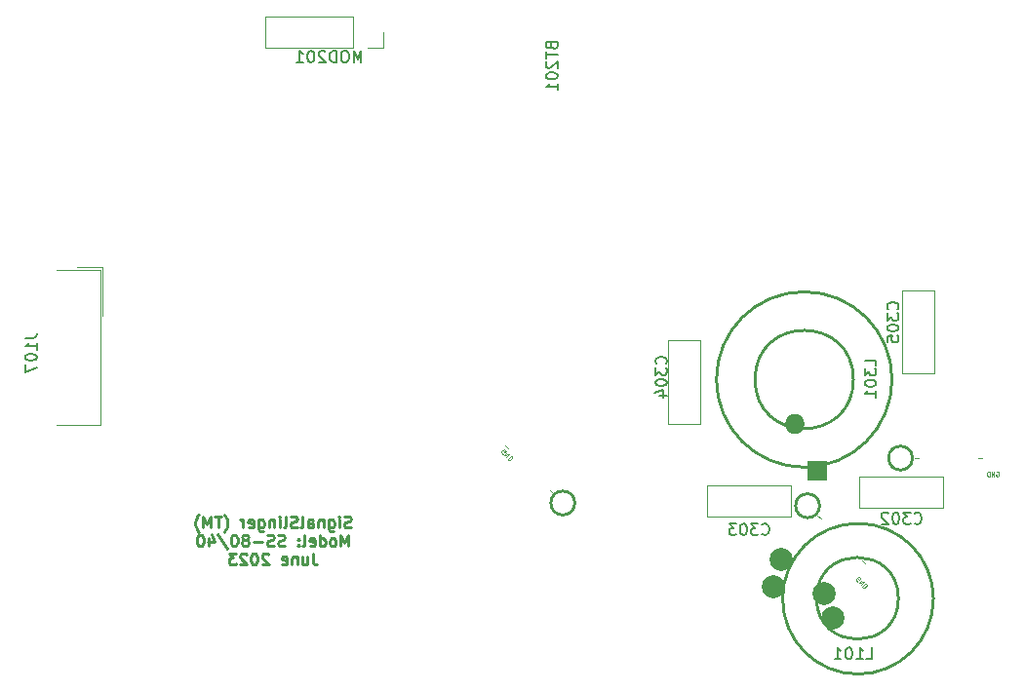
<source format=gbr>
%TF.GenerationSoftware,KiCad,Pcbnew,(6.0.4-0)*%
%TF.CreationDate,2023-06-22T08:09:36-04:00*%
%TF.ProjectId,SignalSlinger,5369676e-616c-4536-9c69-6e6765722e6b,rev?*%
%TF.SameCoordinates,Original*%
%TF.FileFunction,Legend,Bot*%
%TF.FilePolarity,Positive*%
%FSLAX46Y46*%
G04 Gerber Fmt 4.6, Leading zero omitted, Abs format (unit mm)*
G04 Created by KiCad (PCBNEW (6.0.4-0)) date 2023-06-22 08:09:36*
%MOMM*%
%LPD*%
G01*
G04 APERTURE LIST*
%ADD10C,0.250000*%
%ADD11C,0.150000*%
%ADD12C,0.100000*%
%ADD13C,0.120000*%
%ADD14R,1.727200X1.727200*%
%ADD15O,1.727200X1.727200*%
%ADD16C,2.000000*%
G04 APERTURE END LIST*
D10*
X73871904Y-104994761D02*
X73729047Y-105042380D01*
X73490952Y-105042380D01*
X73395714Y-104994761D01*
X73348095Y-104947142D01*
X73300476Y-104851904D01*
X73300476Y-104756666D01*
X73348095Y-104661428D01*
X73395714Y-104613809D01*
X73490952Y-104566190D01*
X73681428Y-104518571D01*
X73776666Y-104470952D01*
X73824285Y-104423333D01*
X73871904Y-104328095D01*
X73871904Y-104232857D01*
X73824285Y-104137619D01*
X73776666Y-104090000D01*
X73681428Y-104042380D01*
X73443333Y-104042380D01*
X73300476Y-104090000D01*
X72871904Y-105042380D02*
X72871904Y-104375714D01*
X72871904Y-104042380D02*
X72919523Y-104090000D01*
X72871904Y-104137619D01*
X72824285Y-104090000D01*
X72871904Y-104042380D01*
X72871904Y-104137619D01*
X71967142Y-104375714D02*
X71967142Y-105185238D01*
X72014761Y-105280476D01*
X72062380Y-105328095D01*
X72157619Y-105375714D01*
X72300476Y-105375714D01*
X72395714Y-105328095D01*
X71967142Y-104994761D02*
X72062380Y-105042380D01*
X72252857Y-105042380D01*
X72348095Y-104994761D01*
X72395714Y-104947142D01*
X72443333Y-104851904D01*
X72443333Y-104566190D01*
X72395714Y-104470952D01*
X72348095Y-104423333D01*
X72252857Y-104375714D01*
X72062380Y-104375714D01*
X71967142Y-104423333D01*
X71490952Y-104375714D02*
X71490952Y-105042380D01*
X71490952Y-104470952D02*
X71443333Y-104423333D01*
X71348095Y-104375714D01*
X71205238Y-104375714D01*
X71110000Y-104423333D01*
X71062380Y-104518571D01*
X71062380Y-105042380D01*
X70157619Y-105042380D02*
X70157619Y-104518571D01*
X70205238Y-104423333D01*
X70300476Y-104375714D01*
X70490952Y-104375714D01*
X70586190Y-104423333D01*
X70157619Y-104994761D02*
X70252857Y-105042380D01*
X70490952Y-105042380D01*
X70586190Y-104994761D01*
X70633809Y-104899523D01*
X70633809Y-104804285D01*
X70586190Y-104709047D01*
X70490952Y-104661428D01*
X70252857Y-104661428D01*
X70157619Y-104613809D01*
X69538571Y-105042380D02*
X69633809Y-104994761D01*
X69681428Y-104899523D01*
X69681428Y-104042380D01*
X69205238Y-104994761D02*
X69062380Y-105042380D01*
X68824285Y-105042380D01*
X68729047Y-104994761D01*
X68681428Y-104947142D01*
X68633809Y-104851904D01*
X68633809Y-104756666D01*
X68681428Y-104661428D01*
X68729047Y-104613809D01*
X68824285Y-104566190D01*
X69014761Y-104518571D01*
X69110000Y-104470952D01*
X69157619Y-104423333D01*
X69205238Y-104328095D01*
X69205238Y-104232857D01*
X69157619Y-104137619D01*
X69110000Y-104090000D01*
X69014761Y-104042380D01*
X68776666Y-104042380D01*
X68633809Y-104090000D01*
X68062380Y-105042380D02*
X68157619Y-104994761D01*
X68205238Y-104899523D01*
X68205238Y-104042380D01*
X67681428Y-105042380D02*
X67681428Y-104375714D01*
X67681428Y-104042380D02*
X67729047Y-104090000D01*
X67681428Y-104137619D01*
X67633809Y-104090000D01*
X67681428Y-104042380D01*
X67681428Y-104137619D01*
X67205238Y-104375714D02*
X67205238Y-105042380D01*
X67205238Y-104470952D02*
X67157619Y-104423333D01*
X67062380Y-104375714D01*
X66919523Y-104375714D01*
X66824285Y-104423333D01*
X66776666Y-104518571D01*
X66776666Y-105042380D01*
X65871904Y-104375714D02*
X65871904Y-105185238D01*
X65919523Y-105280476D01*
X65967142Y-105328095D01*
X66062380Y-105375714D01*
X66205238Y-105375714D01*
X66300476Y-105328095D01*
X65871904Y-104994761D02*
X65967142Y-105042380D01*
X66157619Y-105042380D01*
X66252857Y-104994761D01*
X66300476Y-104947142D01*
X66348095Y-104851904D01*
X66348095Y-104566190D01*
X66300476Y-104470952D01*
X66252857Y-104423333D01*
X66157619Y-104375714D01*
X65967142Y-104375714D01*
X65871904Y-104423333D01*
X65014761Y-104994761D02*
X65110000Y-105042380D01*
X65300476Y-105042380D01*
X65395714Y-104994761D01*
X65443333Y-104899523D01*
X65443333Y-104518571D01*
X65395714Y-104423333D01*
X65300476Y-104375714D01*
X65110000Y-104375714D01*
X65014761Y-104423333D01*
X64967142Y-104518571D01*
X64967142Y-104613809D01*
X65443333Y-104709047D01*
X64538571Y-105042380D02*
X64538571Y-104375714D01*
X64538571Y-104566190D02*
X64490952Y-104470952D01*
X64443333Y-104423333D01*
X64348095Y-104375714D01*
X64252857Y-104375714D01*
X62871904Y-105423333D02*
X62919523Y-105375714D01*
X63014761Y-105232857D01*
X63062380Y-105137619D01*
X63110000Y-104994761D01*
X63157619Y-104756666D01*
X63157619Y-104566190D01*
X63110000Y-104328095D01*
X63062380Y-104185238D01*
X63014761Y-104090000D01*
X62919523Y-103947142D01*
X62871904Y-103899523D01*
X62633809Y-104042380D02*
X62062380Y-104042380D01*
X62348095Y-105042380D02*
X62348095Y-104042380D01*
X61729047Y-105042380D02*
X61729047Y-104042380D01*
X61395714Y-104756666D01*
X61062380Y-104042380D01*
X61062380Y-105042380D01*
X60681428Y-105423333D02*
X60633809Y-105375714D01*
X60538571Y-105232857D01*
X60490952Y-105137619D01*
X60443333Y-104994761D01*
X60395714Y-104756666D01*
X60395714Y-104566190D01*
X60443333Y-104328095D01*
X60490952Y-104185238D01*
X60538571Y-104090000D01*
X60633809Y-103947142D01*
X60681428Y-103899523D01*
X73657619Y-106652380D02*
X73657619Y-105652380D01*
X73324285Y-106366666D01*
X72990952Y-105652380D01*
X72990952Y-106652380D01*
X72371904Y-106652380D02*
X72467142Y-106604761D01*
X72514761Y-106557142D01*
X72562380Y-106461904D01*
X72562380Y-106176190D01*
X72514761Y-106080952D01*
X72467142Y-106033333D01*
X72371904Y-105985714D01*
X72229047Y-105985714D01*
X72133809Y-106033333D01*
X72086190Y-106080952D01*
X72038571Y-106176190D01*
X72038571Y-106461904D01*
X72086190Y-106557142D01*
X72133809Y-106604761D01*
X72229047Y-106652380D01*
X72371904Y-106652380D01*
X71181428Y-106652380D02*
X71181428Y-105652380D01*
X71181428Y-106604761D02*
X71276666Y-106652380D01*
X71467142Y-106652380D01*
X71562380Y-106604761D01*
X71610000Y-106557142D01*
X71657619Y-106461904D01*
X71657619Y-106176190D01*
X71610000Y-106080952D01*
X71562380Y-106033333D01*
X71467142Y-105985714D01*
X71276666Y-105985714D01*
X71181428Y-106033333D01*
X70324285Y-106604761D02*
X70419523Y-106652380D01*
X70610000Y-106652380D01*
X70705238Y-106604761D01*
X70752857Y-106509523D01*
X70752857Y-106128571D01*
X70705238Y-106033333D01*
X70610000Y-105985714D01*
X70419523Y-105985714D01*
X70324285Y-106033333D01*
X70276666Y-106128571D01*
X70276666Y-106223809D01*
X70752857Y-106319047D01*
X69705238Y-106652380D02*
X69800476Y-106604761D01*
X69848095Y-106509523D01*
X69848095Y-105652380D01*
X69324285Y-106557142D02*
X69276666Y-106604761D01*
X69324285Y-106652380D01*
X69371904Y-106604761D01*
X69324285Y-106557142D01*
X69324285Y-106652380D01*
X69324285Y-106033333D02*
X69276666Y-106080952D01*
X69324285Y-106128571D01*
X69371904Y-106080952D01*
X69324285Y-106033333D01*
X69324285Y-106128571D01*
X68133809Y-106604761D02*
X67990952Y-106652380D01*
X67752857Y-106652380D01*
X67657619Y-106604761D01*
X67610000Y-106557142D01*
X67562380Y-106461904D01*
X67562380Y-106366666D01*
X67610000Y-106271428D01*
X67657619Y-106223809D01*
X67752857Y-106176190D01*
X67943333Y-106128571D01*
X68038571Y-106080952D01*
X68086190Y-106033333D01*
X68133809Y-105938095D01*
X68133809Y-105842857D01*
X68086190Y-105747619D01*
X68038571Y-105700000D01*
X67943333Y-105652380D01*
X67705238Y-105652380D01*
X67562380Y-105700000D01*
X67181428Y-106604761D02*
X67038571Y-106652380D01*
X66800476Y-106652380D01*
X66705238Y-106604761D01*
X66657619Y-106557142D01*
X66610000Y-106461904D01*
X66610000Y-106366666D01*
X66657619Y-106271428D01*
X66705238Y-106223809D01*
X66800476Y-106176190D01*
X66990952Y-106128571D01*
X67086190Y-106080952D01*
X67133809Y-106033333D01*
X67181428Y-105938095D01*
X67181428Y-105842857D01*
X67133809Y-105747619D01*
X67086190Y-105700000D01*
X66990952Y-105652380D01*
X66752857Y-105652380D01*
X66610000Y-105700000D01*
X66181428Y-106271428D02*
X65419523Y-106271428D01*
X64800476Y-106080952D02*
X64895714Y-106033333D01*
X64943333Y-105985714D01*
X64990952Y-105890476D01*
X64990952Y-105842857D01*
X64943333Y-105747619D01*
X64895714Y-105700000D01*
X64800476Y-105652380D01*
X64610000Y-105652380D01*
X64514761Y-105700000D01*
X64467142Y-105747619D01*
X64419523Y-105842857D01*
X64419523Y-105890476D01*
X64467142Y-105985714D01*
X64514761Y-106033333D01*
X64610000Y-106080952D01*
X64800476Y-106080952D01*
X64895714Y-106128571D01*
X64943333Y-106176190D01*
X64990952Y-106271428D01*
X64990952Y-106461904D01*
X64943333Y-106557142D01*
X64895714Y-106604761D01*
X64800476Y-106652380D01*
X64610000Y-106652380D01*
X64514761Y-106604761D01*
X64467142Y-106557142D01*
X64419523Y-106461904D01*
X64419523Y-106271428D01*
X64467142Y-106176190D01*
X64514761Y-106128571D01*
X64610000Y-106080952D01*
X63800476Y-105652380D02*
X63705238Y-105652380D01*
X63610000Y-105700000D01*
X63562380Y-105747619D01*
X63514761Y-105842857D01*
X63467142Y-106033333D01*
X63467142Y-106271428D01*
X63514761Y-106461904D01*
X63562380Y-106557142D01*
X63610000Y-106604761D01*
X63705238Y-106652380D01*
X63800476Y-106652380D01*
X63895714Y-106604761D01*
X63943333Y-106557142D01*
X63990952Y-106461904D01*
X64038571Y-106271428D01*
X64038571Y-106033333D01*
X63990952Y-105842857D01*
X63943333Y-105747619D01*
X63895714Y-105700000D01*
X63800476Y-105652380D01*
X62324285Y-105604761D02*
X63181428Y-106890476D01*
X61562380Y-105985714D02*
X61562380Y-106652380D01*
X61800476Y-105604761D02*
X62038571Y-106319047D01*
X61419523Y-106319047D01*
X60848095Y-105652380D02*
X60752857Y-105652380D01*
X60657619Y-105700000D01*
X60610000Y-105747619D01*
X60562380Y-105842857D01*
X60514761Y-106033333D01*
X60514761Y-106271428D01*
X60562380Y-106461904D01*
X60610000Y-106557142D01*
X60657619Y-106604761D01*
X60752857Y-106652380D01*
X60848095Y-106652380D01*
X60943333Y-106604761D01*
X60990952Y-106557142D01*
X61038571Y-106461904D01*
X61086190Y-106271428D01*
X61086190Y-106033333D01*
X61038571Y-105842857D01*
X60990952Y-105747619D01*
X60943333Y-105700000D01*
X60848095Y-105652380D01*
X70586190Y-107262380D02*
X70586190Y-107976666D01*
X70633809Y-108119523D01*
X70729047Y-108214761D01*
X70871904Y-108262380D01*
X70967142Y-108262380D01*
X69681428Y-107595714D02*
X69681428Y-108262380D01*
X70110000Y-107595714D02*
X70110000Y-108119523D01*
X70062380Y-108214761D01*
X69967142Y-108262380D01*
X69824285Y-108262380D01*
X69729047Y-108214761D01*
X69681428Y-108167142D01*
X69205238Y-107595714D02*
X69205238Y-108262380D01*
X69205238Y-107690952D02*
X69157619Y-107643333D01*
X69062380Y-107595714D01*
X68919523Y-107595714D01*
X68824285Y-107643333D01*
X68776666Y-107738571D01*
X68776666Y-108262380D01*
X67919523Y-108214761D02*
X68014761Y-108262380D01*
X68205238Y-108262380D01*
X68300476Y-108214761D01*
X68348095Y-108119523D01*
X68348095Y-107738571D01*
X68300476Y-107643333D01*
X68205238Y-107595714D01*
X68014761Y-107595714D01*
X67919523Y-107643333D01*
X67871904Y-107738571D01*
X67871904Y-107833809D01*
X68348095Y-107929047D01*
X66729047Y-107357619D02*
X66681428Y-107310000D01*
X66586190Y-107262380D01*
X66348095Y-107262380D01*
X66252857Y-107310000D01*
X66205238Y-107357619D01*
X66157619Y-107452857D01*
X66157619Y-107548095D01*
X66205238Y-107690952D01*
X66776666Y-108262380D01*
X66157619Y-108262380D01*
X65538571Y-107262380D02*
X65443333Y-107262380D01*
X65348095Y-107310000D01*
X65300476Y-107357619D01*
X65252857Y-107452857D01*
X65205238Y-107643333D01*
X65205238Y-107881428D01*
X65252857Y-108071904D01*
X65300476Y-108167142D01*
X65348095Y-108214761D01*
X65443333Y-108262380D01*
X65538571Y-108262380D01*
X65633809Y-108214761D01*
X65681428Y-108167142D01*
X65729047Y-108071904D01*
X65776666Y-107881428D01*
X65776666Y-107643333D01*
X65729047Y-107452857D01*
X65681428Y-107357619D01*
X65633809Y-107310000D01*
X65538571Y-107262380D01*
X64824285Y-107357619D02*
X64776666Y-107310000D01*
X64681428Y-107262380D01*
X64443333Y-107262380D01*
X64348095Y-107310000D01*
X64300476Y-107357619D01*
X64252857Y-107452857D01*
X64252857Y-107548095D01*
X64300476Y-107690952D01*
X64871904Y-108262380D01*
X64252857Y-108262380D01*
X63919523Y-107262380D02*
X63300476Y-107262380D01*
X63633809Y-107643333D01*
X63490952Y-107643333D01*
X63395714Y-107690952D01*
X63348095Y-107738571D01*
X63300476Y-107833809D01*
X63300476Y-108071904D01*
X63348095Y-108167142D01*
X63395714Y-108214761D01*
X63490952Y-108262380D01*
X63776666Y-108262380D01*
X63871904Y-108214761D01*
X63919523Y-108167142D01*
D11*
%TO.C,L301*%
X119482380Y-90975602D02*
X119482380Y-90499411D01*
X118482380Y-90499411D01*
X118482380Y-91213697D02*
X118482380Y-91832745D01*
X118863333Y-91499411D01*
X118863333Y-91642269D01*
X118910952Y-91737507D01*
X118958571Y-91785126D01*
X119053809Y-91832745D01*
X119291904Y-91832745D01*
X119387142Y-91785126D01*
X119434761Y-91737507D01*
X119482380Y-91642269D01*
X119482380Y-91356554D01*
X119434761Y-91261316D01*
X119387142Y-91213697D01*
X118482380Y-92451792D02*
X118482380Y-92547030D01*
X118530000Y-92642269D01*
X118577619Y-92689888D01*
X118672857Y-92737507D01*
X118863333Y-92785126D01*
X119101428Y-92785126D01*
X119291904Y-92737507D01*
X119387142Y-92689888D01*
X119434761Y-92642269D01*
X119482380Y-92547030D01*
X119482380Y-92451792D01*
X119434761Y-92356554D01*
X119387142Y-92308935D01*
X119291904Y-92261316D01*
X119101428Y-92213697D01*
X118863333Y-92213697D01*
X118672857Y-92261316D01*
X118577619Y-92308935D01*
X118530000Y-92356554D01*
X118482380Y-92451792D01*
X119482380Y-93737507D02*
X119482380Y-93166078D01*
X119482380Y-93451792D02*
X118482380Y-93451792D01*
X118625238Y-93356554D01*
X118720476Y-93261316D01*
X118768095Y-93166078D01*
D12*
%TO.C,W101*%
X87073079Y-98635922D02*
X87032673Y-98622453D01*
X86992267Y-98582047D01*
X86965329Y-98528172D01*
X86965329Y-98474297D01*
X86978798Y-98433891D01*
X87019204Y-98366548D01*
X87059610Y-98326142D01*
X87126954Y-98285735D01*
X87167360Y-98272267D01*
X87221235Y-98272267D01*
X87275109Y-98299204D01*
X87302047Y-98326142D01*
X87328984Y-98380016D01*
X87328984Y-98406954D01*
X87234703Y-98501235D01*
X87180829Y-98447360D01*
X87477140Y-98501235D02*
X87194297Y-98784077D01*
X87638764Y-98662859D01*
X87355922Y-98945702D01*
X87773451Y-98797546D02*
X87490609Y-99080389D01*
X87557952Y-99147732D01*
X87611827Y-99174670D01*
X87665702Y-99174670D01*
X87706108Y-99161201D01*
X87773451Y-99120795D01*
X87813857Y-99080389D01*
X87854264Y-99013045D01*
X87867732Y-98972639D01*
X87867732Y-98918764D01*
X87840795Y-98864890D01*
X87773451Y-98797546D01*
%TO.C,W302*%
X117857055Y-109723939D02*
X117816649Y-109710470D01*
X117776243Y-109670064D01*
X117749305Y-109616189D01*
X117749305Y-109562314D01*
X117762774Y-109521908D01*
X117803180Y-109454565D01*
X117843586Y-109414159D01*
X117910930Y-109373752D01*
X117951336Y-109360284D01*
X118005211Y-109360284D01*
X118059085Y-109387221D01*
X118086023Y-109414159D01*
X118112960Y-109468033D01*
X118112960Y-109494971D01*
X118018679Y-109589252D01*
X117964805Y-109535377D01*
X118261116Y-109589252D02*
X117978273Y-109872094D01*
X118422740Y-109750876D01*
X118139898Y-110033719D01*
X118557427Y-109885563D02*
X118274585Y-110168406D01*
X118341928Y-110235749D01*
X118395803Y-110262687D01*
X118449678Y-110262687D01*
X118490084Y-110249218D01*
X118557427Y-110208812D01*
X118597833Y-110168406D01*
X118638240Y-110101062D01*
X118651708Y-110060656D01*
X118651708Y-110006781D01*
X118624771Y-109952907D01*
X118557427Y-109885563D01*
%TO.C,W301*%
X129924761Y-100200000D02*
X129962857Y-100180952D01*
X130020000Y-100180952D01*
X130077142Y-100200000D01*
X130115238Y-100238095D01*
X130134285Y-100276190D01*
X130153333Y-100352380D01*
X130153333Y-100409523D01*
X130134285Y-100485714D01*
X130115238Y-100523809D01*
X130077142Y-100561904D01*
X130020000Y-100580952D01*
X129981904Y-100580952D01*
X129924761Y-100561904D01*
X129905714Y-100542857D01*
X129905714Y-100409523D01*
X129981904Y-100409523D01*
X129734285Y-100580952D02*
X129734285Y-100180952D01*
X129505714Y-100580952D01*
X129505714Y-100180952D01*
X129315238Y-100580952D02*
X129315238Y-100180952D01*
X129220000Y-100180952D01*
X129162857Y-100200000D01*
X129124761Y-100238095D01*
X129105714Y-100276190D01*
X129086666Y-100352380D01*
X129086666Y-100409523D01*
X129105714Y-100485714D01*
X129124761Y-100523809D01*
X129162857Y-100561904D01*
X129220000Y-100580952D01*
X129315238Y-100580952D01*
D11*
%TO.C,C305*%
X121337142Y-86080952D02*
X121384761Y-86033333D01*
X121432380Y-85890476D01*
X121432380Y-85795238D01*
X121384761Y-85652380D01*
X121289523Y-85557142D01*
X121194285Y-85509523D01*
X121003809Y-85461904D01*
X120860952Y-85461904D01*
X120670476Y-85509523D01*
X120575238Y-85557142D01*
X120480000Y-85652380D01*
X120432380Y-85795238D01*
X120432380Y-85890476D01*
X120480000Y-86033333D01*
X120527619Y-86080952D01*
X120432380Y-86414285D02*
X120432380Y-87033333D01*
X120813333Y-86700000D01*
X120813333Y-86842857D01*
X120860952Y-86938095D01*
X120908571Y-86985714D01*
X121003809Y-87033333D01*
X121241904Y-87033333D01*
X121337142Y-86985714D01*
X121384761Y-86938095D01*
X121432380Y-86842857D01*
X121432380Y-86557142D01*
X121384761Y-86461904D01*
X121337142Y-86414285D01*
X120432380Y-87652380D02*
X120432380Y-87747619D01*
X120480000Y-87842857D01*
X120527619Y-87890476D01*
X120622857Y-87938095D01*
X120813333Y-87985714D01*
X121051428Y-87985714D01*
X121241904Y-87938095D01*
X121337142Y-87890476D01*
X121384761Y-87842857D01*
X121432380Y-87747619D01*
X121432380Y-87652380D01*
X121384761Y-87557142D01*
X121337142Y-87509523D01*
X121241904Y-87461904D01*
X121051428Y-87414285D01*
X120813333Y-87414285D01*
X120622857Y-87461904D01*
X120527619Y-87509523D01*
X120480000Y-87557142D01*
X120432380Y-87652380D01*
X120432380Y-88890476D02*
X120432380Y-88414285D01*
X120908571Y-88366666D01*
X120860952Y-88414285D01*
X120813333Y-88509523D01*
X120813333Y-88747619D01*
X120860952Y-88842857D01*
X120908571Y-88890476D01*
X121003809Y-88938095D01*
X121241904Y-88938095D01*
X121337142Y-88890476D01*
X121384761Y-88842857D01*
X121432380Y-88747619D01*
X121432380Y-88509523D01*
X121384761Y-88414285D01*
X121337142Y-88366666D01*
%TO.C,C303*%
X109579047Y-105597142D02*
X109626666Y-105644761D01*
X109769523Y-105692380D01*
X109864761Y-105692380D01*
X110007619Y-105644761D01*
X110102857Y-105549523D01*
X110150476Y-105454285D01*
X110198095Y-105263809D01*
X110198095Y-105120952D01*
X110150476Y-104930476D01*
X110102857Y-104835238D01*
X110007619Y-104740000D01*
X109864761Y-104692380D01*
X109769523Y-104692380D01*
X109626666Y-104740000D01*
X109579047Y-104787619D01*
X109245714Y-104692380D02*
X108626666Y-104692380D01*
X108960000Y-105073333D01*
X108817142Y-105073333D01*
X108721904Y-105120952D01*
X108674285Y-105168571D01*
X108626666Y-105263809D01*
X108626666Y-105501904D01*
X108674285Y-105597142D01*
X108721904Y-105644761D01*
X108817142Y-105692380D01*
X109102857Y-105692380D01*
X109198095Y-105644761D01*
X109245714Y-105597142D01*
X108007619Y-104692380D02*
X107912380Y-104692380D01*
X107817142Y-104740000D01*
X107769523Y-104787619D01*
X107721904Y-104882857D01*
X107674285Y-105073333D01*
X107674285Y-105311428D01*
X107721904Y-105501904D01*
X107769523Y-105597142D01*
X107817142Y-105644761D01*
X107912380Y-105692380D01*
X108007619Y-105692380D01*
X108102857Y-105644761D01*
X108150476Y-105597142D01*
X108198095Y-105501904D01*
X108245714Y-105311428D01*
X108245714Y-105073333D01*
X108198095Y-104882857D01*
X108150476Y-104787619D01*
X108102857Y-104740000D01*
X108007619Y-104692380D01*
X107340952Y-104692380D02*
X106721904Y-104692380D01*
X107055238Y-105073333D01*
X106912380Y-105073333D01*
X106817142Y-105120952D01*
X106769523Y-105168571D01*
X106721904Y-105263809D01*
X106721904Y-105501904D01*
X106769523Y-105597142D01*
X106817142Y-105644761D01*
X106912380Y-105692380D01*
X107198095Y-105692380D01*
X107293333Y-105644761D01*
X107340952Y-105597142D01*
%TO.C,C304*%
X101217142Y-90820952D02*
X101264761Y-90773333D01*
X101312380Y-90630476D01*
X101312380Y-90535238D01*
X101264761Y-90392380D01*
X101169523Y-90297142D01*
X101074285Y-90249523D01*
X100883809Y-90201904D01*
X100740952Y-90201904D01*
X100550476Y-90249523D01*
X100455238Y-90297142D01*
X100360000Y-90392380D01*
X100312380Y-90535238D01*
X100312380Y-90630476D01*
X100360000Y-90773333D01*
X100407619Y-90820952D01*
X100312380Y-91154285D02*
X100312380Y-91773333D01*
X100693333Y-91440000D01*
X100693333Y-91582857D01*
X100740952Y-91678095D01*
X100788571Y-91725714D01*
X100883809Y-91773333D01*
X101121904Y-91773333D01*
X101217142Y-91725714D01*
X101264761Y-91678095D01*
X101312380Y-91582857D01*
X101312380Y-91297142D01*
X101264761Y-91201904D01*
X101217142Y-91154285D01*
X100312380Y-92392380D02*
X100312380Y-92487619D01*
X100360000Y-92582857D01*
X100407619Y-92630476D01*
X100502857Y-92678095D01*
X100693333Y-92725714D01*
X100931428Y-92725714D01*
X101121904Y-92678095D01*
X101217142Y-92630476D01*
X101264761Y-92582857D01*
X101312380Y-92487619D01*
X101312380Y-92392380D01*
X101264761Y-92297142D01*
X101217142Y-92249523D01*
X101121904Y-92201904D01*
X100931428Y-92154285D01*
X100693333Y-92154285D01*
X100502857Y-92201904D01*
X100407619Y-92249523D01*
X100360000Y-92297142D01*
X100312380Y-92392380D01*
X100645714Y-93582857D02*
X101312380Y-93582857D01*
X100264761Y-93344761D02*
X100979047Y-93106666D01*
X100979047Y-93725714D01*
%TO.C,BT201*%
X91298571Y-63181904D02*
X91346190Y-63324761D01*
X91393809Y-63372380D01*
X91489047Y-63420000D01*
X91631904Y-63420000D01*
X91727142Y-63372380D01*
X91774761Y-63324761D01*
X91822380Y-63229523D01*
X91822380Y-62848571D01*
X90822380Y-62848571D01*
X90822380Y-63181904D01*
X90870000Y-63277142D01*
X90917619Y-63324761D01*
X91012857Y-63372380D01*
X91108095Y-63372380D01*
X91203333Y-63324761D01*
X91250952Y-63277142D01*
X91298571Y-63181904D01*
X91298571Y-62848571D01*
X90822380Y-63705714D02*
X90822380Y-64277142D01*
X91822380Y-63991428D02*
X90822380Y-63991428D01*
X90917619Y-64562857D02*
X90870000Y-64610476D01*
X90822380Y-64705714D01*
X90822380Y-64943809D01*
X90870000Y-65039047D01*
X90917619Y-65086666D01*
X91012857Y-65134285D01*
X91108095Y-65134285D01*
X91250952Y-65086666D01*
X91822380Y-64515238D01*
X91822380Y-65134285D01*
X90822380Y-65753333D02*
X90822380Y-65848571D01*
X90870000Y-65943809D01*
X90917619Y-65991428D01*
X91012857Y-66039047D01*
X91203333Y-66086666D01*
X91441428Y-66086666D01*
X91631904Y-66039047D01*
X91727142Y-65991428D01*
X91774761Y-65943809D01*
X91822380Y-65848571D01*
X91822380Y-65753333D01*
X91774761Y-65658095D01*
X91727142Y-65610476D01*
X91631904Y-65562857D01*
X91441428Y-65515238D01*
X91203333Y-65515238D01*
X91012857Y-65562857D01*
X90917619Y-65610476D01*
X90870000Y-65658095D01*
X90822380Y-65753333D01*
X91822380Y-67039047D02*
X91822380Y-66467619D01*
X91822380Y-66753333D02*
X90822380Y-66753333D01*
X90965238Y-66658095D01*
X91060476Y-66562857D01*
X91108095Y-66467619D01*
%TO.C,C302*%
X122809047Y-104637142D02*
X122856666Y-104684761D01*
X122999523Y-104732380D01*
X123094761Y-104732380D01*
X123237619Y-104684761D01*
X123332857Y-104589523D01*
X123380476Y-104494285D01*
X123428095Y-104303809D01*
X123428095Y-104160952D01*
X123380476Y-103970476D01*
X123332857Y-103875238D01*
X123237619Y-103780000D01*
X123094761Y-103732380D01*
X122999523Y-103732380D01*
X122856666Y-103780000D01*
X122809047Y-103827619D01*
X122475714Y-103732380D02*
X121856666Y-103732380D01*
X122190000Y-104113333D01*
X122047142Y-104113333D01*
X121951904Y-104160952D01*
X121904285Y-104208571D01*
X121856666Y-104303809D01*
X121856666Y-104541904D01*
X121904285Y-104637142D01*
X121951904Y-104684761D01*
X122047142Y-104732380D01*
X122332857Y-104732380D01*
X122428095Y-104684761D01*
X122475714Y-104637142D01*
X121237619Y-103732380D02*
X121142380Y-103732380D01*
X121047142Y-103780000D01*
X120999523Y-103827619D01*
X120951904Y-103922857D01*
X120904285Y-104113333D01*
X120904285Y-104351428D01*
X120951904Y-104541904D01*
X120999523Y-104637142D01*
X121047142Y-104684761D01*
X121142380Y-104732380D01*
X121237619Y-104732380D01*
X121332857Y-104684761D01*
X121380476Y-104637142D01*
X121428095Y-104541904D01*
X121475714Y-104351428D01*
X121475714Y-104113333D01*
X121428095Y-103922857D01*
X121380476Y-103827619D01*
X121332857Y-103780000D01*
X121237619Y-103732380D01*
X120523333Y-103827619D02*
X120475714Y-103780000D01*
X120380476Y-103732380D01*
X120142380Y-103732380D01*
X120047142Y-103780000D01*
X119999523Y-103827619D01*
X119951904Y-103922857D01*
X119951904Y-104018095D01*
X119999523Y-104160952D01*
X120570952Y-104732380D01*
X119951904Y-104732380D01*
%TO.C,L101*%
X118629047Y-116462380D02*
X119105238Y-116462380D01*
X119105238Y-115462380D01*
X117771904Y-116462380D02*
X118343333Y-116462380D01*
X118057619Y-116462380D02*
X118057619Y-115462380D01*
X118152857Y-115605238D01*
X118248095Y-115700476D01*
X118343333Y-115748095D01*
X117152857Y-115462380D02*
X117057619Y-115462380D01*
X116962380Y-115510000D01*
X116914761Y-115557619D01*
X116867142Y-115652857D01*
X116819523Y-115843333D01*
X116819523Y-116081428D01*
X116867142Y-116271904D01*
X116914761Y-116367142D01*
X116962380Y-116414761D01*
X117057619Y-116462380D01*
X117152857Y-116462380D01*
X117248095Y-116414761D01*
X117295714Y-116367142D01*
X117343333Y-116271904D01*
X117390952Y-116081428D01*
X117390952Y-115843333D01*
X117343333Y-115652857D01*
X117295714Y-115557619D01*
X117248095Y-115510000D01*
X117152857Y-115462380D01*
X115867142Y-116462380D02*
X116438571Y-116462380D01*
X116152857Y-116462380D02*
X116152857Y-115462380D01*
X116248095Y-115605238D01*
X116343333Y-115700476D01*
X116438571Y-115748095D01*
%TO.C,MOD201*%
X74785714Y-64622380D02*
X74785714Y-63622380D01*
X74452380Y-64336666D01*
X74119047Y-63622380D01*
X74119047Y-64622380D01*
X73452380Y-63622380D02*
X73261904Y-63622380D01*
X73166666Y-63670000D01*
X73071428Y-63765238D01*
X73023809Y-63955714D01*
X73023809Y-64289047D01*
X73071428Y-64479523D01*
X73166666Y-64574761D01*
X73261904Y-64622380D01*
X73452380Y-64622380D01*
X73547619Y-64574761D01*
X73642857Y-64479523D01*
X73690476Y-64289047D01*
X73690476Y-63955714D01*
X73642857Y-63765238D01*
X73547619Y-63670000D01*
X73452380Y-63622380D01*
X72595238Y-64622380D02*
X72595238Y-63622380D01*
X72357142Y-63622380D01*
X72214285Y-63670000D01*
X72119047Y-63765238D01*
X72071428Y-63860476D01*
X72023809Y-64050952D01*
X72023809Y-64193809D01*
X72071428Y-64384285D01*
X72119047Y-64479523D01*
X72214285Y-64574761D01*
X72357142Y-64622380D01*
X72595238Y-64622380D01*
X71642857Y-63717619D02*
X71595238Y-63670000D01*
X71500000Y-63622380D01*
X71261904Y-63622380D01*
X71166666Y-63670000D01*
X71119047Y-63717619D01*
X71071428Y-63812857D01*
X71071428Y-63908095D01*
X71119047Y-64050952D01*
X71690476Y-64622380D01*
X71071428Y-64622380D01*
X70452380Y-63622380D02*
X70357142Y-63622380D01*
X70261904Y-63670000D01*
X70214285Y-63717619D01*
X70166666Y-63812857D01*
X70119047Y-64003333D01*
X70119047Y-64241428D01*
X70166666Y-64431904D01*
X70214285Y-64527142D01*
X70261904Y-64574761D01*
X70357142Y-64622380D01*
X70452380Y-64622380D01*
X70547619Y-64574761D01*
X70595238Y-64527142D01*
X70642857Y-64431904D01*
X70690476Y-64241428D01*
X70690476Y-64003333D01*
X70642857Y-63812857D01*
X70595238Y-63717619D01*
X70547619Y-63670000D01*
X70452380Y-63622380D01*
X69166666Y-64622380D02*
X69738095Y-64622380D01*
X69452380Y-64622380D02*
X69452380Y-63622380D01*
X69547619Y-63765238D01*
X69642857Y-63860476D01*
X69738095Y-63908095D01*
%TO.C,J107*%
X45612380Y-88569285D02*
X46326666Y-88569285D01*
X46469523Y-88521666D01*
X46564761Y-88426428D01*
X46612380Y-88283571D01*
X46612380Y-88188333D01*
X46612380Y-89569285D02*
X46612380Y-88997857D01*
X46612380Y-89283571D02*
X45612380Y-89283571D01*
X45755238Y-89188333D01*
X45850476Y-89093095D01*
X45898095Y-88997857D01*
X45612380Y-90188333D02*
X45612380Y-90283571D01*
X45660000Y-90378809D01*
X45707619Y-90426428D01*
X45802857Y-90474047D01*
X45993333Y-90521666D01*
X46231428Y-90521666D01*
X46421904Y-90474047D01*
X46517142Y-90426428D01*
X46564761Y-90378809D01*
X46612380Y-90283571D01*
X46612380Y-90188333D01*
X46564761Y-90093095D01*
X46517142Y-90045476D01*
X46421904Y-89997857D01*
X46231428Y-89950238D01*
X45993333Y-89950238D01*
X45802857Y-89997857D01*
X45707619Y-90045476D01*
X45660000Y-90093095D01*
X45612380Y-90188333D01*
X45612380Y-90855000D02*
X45612380Y-91521666D01*
X46612380Y-91093095D01*
D10*
%TO.C,L301*%
X120860000Y-92174650D02*
G75*
G03*
X120860000Y-92174650I-7620000J0D01*
G01*
X117510000Y-92174650D02*
G75*
G03*
X117510000Y-92174650I-4270000J0D01*
G01*
D12*
%TO.C,W101*%
X91403193Y-102029051D02*
X91142766Y-101768624D01*
X87514106Y-98154106D02*
X87253678Y-97893678D01*
D10*
X93317122Y-102901020D02*
G75*
G03*
X93317122Y-102901020I-1038142J0D01*
G01*
D12*
%TO.C,W302*%
X118295894Y-107885894D02*
X118556322Y-108146322D01*
X114406807Y-104010949D02*
X114667234Y-104271376D01*
D10*
X114569162Y-103138980D02*
G75*
G03*
X114569162Y-103138980I-1038142J0D01*
G01*
D12*
%TO.C,W301*%
X122835850Y-99000000D02*
X123204150Y-99000000D01*
X128325850Y-98990000D02*
X128694150Y-98990000D01*
D10*
X122638142Y-99002700D02*
G75*
G03*
X122638142Y-99002700I-1038142J0D01*
G01*
D13*
%TO.C,C305*%
X124510000Y-91660000D02*
X124510000Y-84420000D01*
X121770000Y-91660000D02*
X121770000Y-84420000D01*
X124510000Y-91660000D02*
X121770000Y-91660000D01*
X124510000Y-84420000D02*
X121770000Y-84420000D01*
%TO.C,C303*%
X104840000Y-101370000D02*
X112080000Y-101370000D01*
X112080000Y-104110000D02*
X112080000Y-101370000D01*
X104840000Y-104110000D02*
X112080000Y-104110000D01*
X104840000Y-104110000D02*
X104840000Y-101370000D01*
%TO.C,C304*%
X104190000Y-96030000D02*
X104190000Y-88790000D01*
X104190000Y-96030000D02*
X101450000Y-96030000D01*
X104190000Y-88790000D02*
X101450000Y-88790000D01*
X101450000Y-96030000D02*
X101450000Y-88790000D01*
%TO.C,C302*%
X125280000Y-103320000D02*
X125280000Y-100580000D01*
X118040000Y-103320000D02*
X125280000Y-103320000D01*
X118040000Y-103320000D02*
X118040000Y-100580000D01*
X118040000Y-100580000D02*
X125280000Y-100580000D01*
D10*
%TO.C,L101*%
X121416585Y-111180000D02*
G75*
G03*
X121416585Y-111180000I-3556585J0D01*
G01*
X124454922Y-111220000D02*
G75*
G03*
X124454922Y-111220000I-6544922J0D01*
G01*
D13*
%TO.C,MOD201*%
X74107500Y-63320000D02*
X66427500Y-63320000D01*
X74107500Y-63320000D02*
X74107500Y-60660000D01*
X74107500Y-60660000D02*
X66427500Y-60660000D01*
X75377500Y-63320000D02*
X76707500Y-63320000D01*
X76707500Y-63320000D02*
X76707500Y-61990000D01*
X66427500Y-63320000D02*
X66427500Y-60660000D01*
%TO.C,J107*%
X48362500Y-82689167D02*
X52102500Y-82689167D01*
X52102500Y-82689167D02*
X52102500Y-96135833D01*
X52342500Y-82449167D02*
X52342500Y-86642500D01*
X52102500Y-96135833D02*
X48362500Y-96135833D01*
X50102500Y-82449167D02*
X52342500Y-82449167D01*
%TD*%
D14*
%TO.C,L301*%
X114344900Y-100086750D03*
D15*
X112401800Y-96060850D03*
%TD*%
D16*
%TO.C,L101*%
X111250000Y-107840000D03*
X114990000Y-110730000D03*
X110590000Y-110200000D03*
X115730000Y-112860000D03*
%TD*%
M02*

</source>
